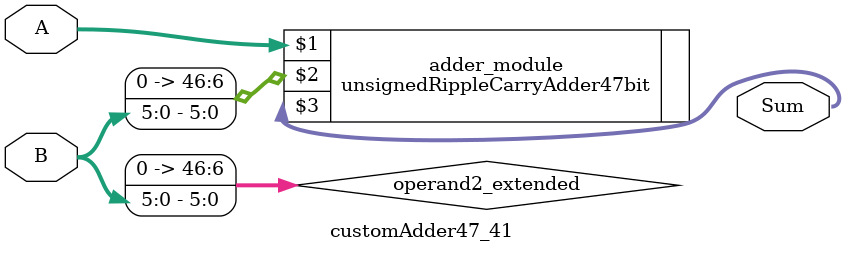
<source format=v>
module customAdder47_41(
                        input [46 : 0] A,
                        input [5 : 0] B,
                        
                        output [47 : 0] Sum
                );

        wire [46 : 0] operand2_extended;
        
        assign operand2_extended =  {41'b0, B};
        
        unsignedRippleCarryAdder47bit adder_module(
            A,
            operand2_extended,
            Sum
        );
        
        endmodule
        
</source>
